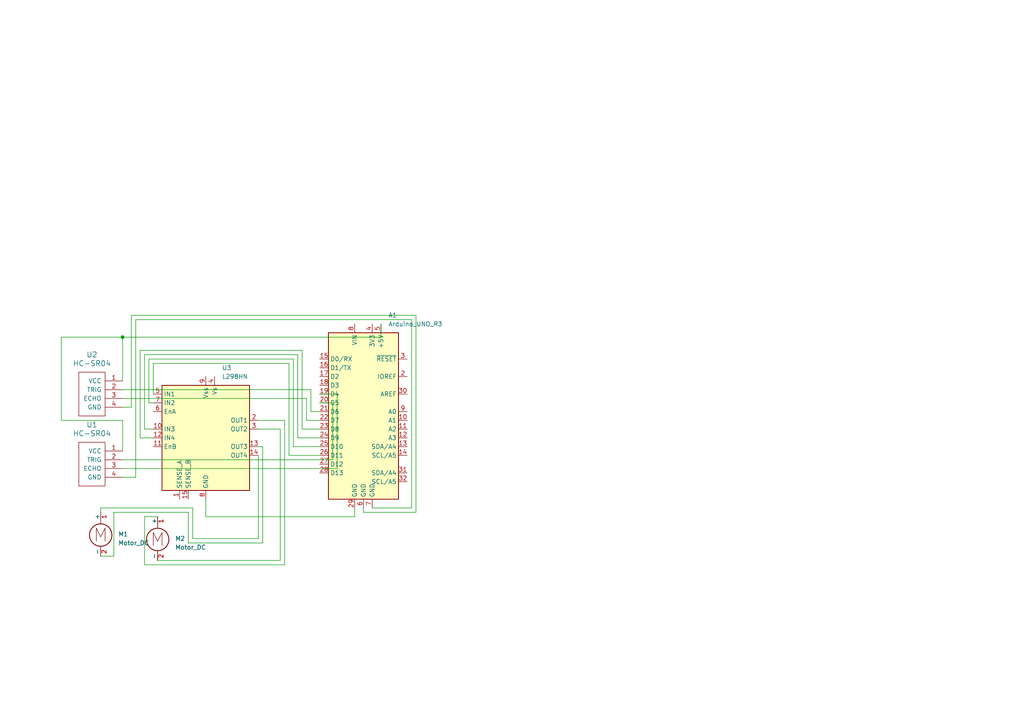
<source format=kicad_sch>
(kicad_sch
	(version 20250114)
	(generator "eeschema")
	(generator_version "9.0")
	(uuid "3e488eff-a24b-4269-9128-9202d76d78ea")
	(paper "A4")
	(lib_symbols
		(symbol "Driver_Motor:L298HN"
			(exclude_from_sim no)
			(in_bom yes)
			(on_board yes)
			(property "Reference" "U"
				(at -10.16 16.51 0)
				(effects
					(font
						(size 1.27 1.27)
					)
					(justify right)
				)
			)
			(property "Value" "L298HN"
				(at 12.7 16.51 0)
				(effects
					(font
						(size 1.27 1.27)
					)
					(justify right)
				)
			)
			(property "Footprint" "Package_TO_SOT_THT:TO-220-15_P2.54x2.54mm_StaggerOdd_Lead5.84mm_TabDown"
				(at 1.27 -16.51 0)
				(effects
					(font
						(size 1.27 1.27)
					)
					(justify left)
					(hide yes)
				)
			)
			(property "Datasheet" "http://www.st.com/st-web-ui/static/active/en/resource/technical/document/datasheet/CD00000240.pdf"
				(at 3.81 6.35 0)
				(effects
					(font
						(size 1.27 1.27)
					)
					(hide yes)
				)
			)
			(property "Description" "Dual full bridge motor driver, up to 46V, 4A, Multiwatt15-H"
				(at 0 0 0)
				(effects
					(font
						(size 1.27 1.27)
					)
					(hide yes)
				)
			)
			(property "ki_keywords" "H-bridge motor driver"
				(at 0 0 0)
				(effects
					(font
						(size 1.27 1.27)
					)
					(hide yes)
				)
			)
			(property "ki_fp_filters" "TO?220*StaggerOdd*TabDown*"
				(at 0 0 0)
				(effects
					(font
						(size 1.27 1.27)
					)
					(hide yes)
				)
			)
			(symbol "L298HN_0_1"
				(rectangle
					(start -12.7 15.24)
					(end 12.7 -15.24)
					(stroke
						(width 0.254)
						(type default)
					)
					(fill
						(type background)
					)
				)
			)
			(symbol "L298HN_1_1"
				(pin input line
					(at -15.24 12.7 0)
					(length 2.54)
					(name "IN1"
						(effects
							(font
								(size 1.27 1.27)
							)
						)
					)
					(number "5"
						(effects
							(font
								(size 1.27 1.27)
							)
						)
					)
				)
				(pin input line
					(at -15.24 10.16 0)
					(length 2.54)
					(name "IN2"
						(effects
							(font
								(size 1.27 1.27)
							)
						)
					)
					(number "7"
						(effects
							(font
								(size 1.27 1.27)
							)
						)
					)
				)
				(pin input line
					(at -15.24 7.62 0)
					(length 2.54)
					(name "EnA"
						(effects
							(font
								(size 1.27 1.27)
							)
						)
					)
					(number "6"
						(effects
							(font
								(size 1.27 1.27)
							)
						)
					)
				)
				(pin input line
					(at -15.24 2.54 0)
					(length 2.54)
					(name "IN3"
						(effects
							(font
								(size 1.27 1.27)
							)
						)
					)
					(number "10"
						(effects
							(font
								(size 1.27 1.27)
							)
						)
					)
				)
				(pin input line
					(at -15.24 0 0)
					(length 2.54)
					(name "IN4"
						(effects
							(font
								(size 1.27 1.27)
							)
						)
					)
					(number "12"
						(effects
							(font
								(size 1.27 1.27)
							)
						)
					)
				)
				(pin input line
					(at -15.24 -2.54 0)
					(length 2.54)
					(name "EnB"
						(effects
							(font
								(size 1.27 1.27)
							)
						)
					)
					(number "11"
						(effects
							(font
								(size 1.27 1.27)
							)
						)
					)
				)
				(pin input line
					(at -7.62 -17.78 90)
					(length 2.54)
					(name "SENSE_A"
						(effects
							(font
								(size 1.27 1.27)
							)
						)
					)
					(number "1"
						(effects
							(font
								(size 1.27 1.27)
							)
						)
					)
				)
				(pin input line
					(at -5.08 -17.78 90)
					(length 2.54)
					(name "SENSE_B"
						(effects
							(font
								(size 1.27 1.27)
							)
						)
					)
					(number "15"
						(effects
							(font
								(size 1.27 1.27)
							)
						)
					)
				)
				(pin power_in line
					(at 0 17.78 270)
					(length 2.54)
					(name "Vss"
						(effects
							(font
								(size 1.27 1.27)
							)
						)
					)
					(number "9"
						(effects
							(font
								(size 1.27 1.27)
							)
						)
					)
				)
				(pin power_in line
					(at 0 -17.78 90)
					(length 2.54)
					(name "GND"
						(effects
							(font
								(size 1.27 1.27)
							)
						)
					)
					(number "8"
						(effects
							(font
								(size 1.27 1.27)
							)
						)
					)
				)
				(pin power_in line
					(at 2.54 17.78 270)
					(length 2.54)
					(name "Vs"
						(effects
							(font
								(size 1.27 1.27)
							)
						)
					)
					(number "4"
						(effects
							(font
								(size 1.27 1.27)
							)
						)
					)
				)
				(pin output line
					(at 15.24 5.08 180)
					(length 2.54)
					(name "OUT1"
						(effects
							(font
								(size 1.27 1.27)
							)
						)
					)
					(number "2"
						(effects
							(font
								(size 1.27 1.27)
							)
						)
					)
				)
				(pin output line
					(at 15.24 2.54 180)
					(length 2.54)
					(name "OUT2"
						(effects
							(font
								(size 1.27 1.27)
							)
						)
					)
					(number "3"
						(effects
							(font
								(size 1.27 1.27)
							)
						)
					)
				)
				(pin output line
					(at 15.24 -2.54 180)
					(length 2.54)
					(name "OUT3"
						(effects
							(font
								(size 1.27 1.27)
							)
						)
					)
					(number "13"
						(effects
							(font
								(size 1.27 1.27)
							)
						)
					)
				)
				(pin output line
					(at 15.24 -5.08 180)
					(length 2.54)
					(name "OUT4"
						(effects
							(font
								(size 1.27 1.27)
							)
						)
					)
					(number "14"
						(effects
							(font
								(size 1.27 1.27)
							)
						)
					)
				)
			)
			(embedded_fonts no)
		)
		(symbol "MCU_Module:Arduino_UNO_R3"
			(exclude_from_sim no)
			(in_bom yes)
			(on_board yes)
			(property "Reference" "A"
				(at -10.16 23.495 0)
				(effects
					(font
						(size 1.27 1.27)
					)
					(justify left bottom)
				)
			)
			(property "Value" "Arduino_UNO_R3"
				(at 5.08 -26.67 0)
				(effects
					(font
						(size 1.27 1.27)
					)
					(justify left top)
				)
			)
			(property "Footprint" "Module:Arduino_UNO_R3"
				(at 0 0 0)
				(effects
					(font
						(size 1.27 1.27)
						(italic yes)
					)
					(hide yes)
				)
			)
			(property "Datasheet" "https://www.arduino.cc/en/Main/arduinoBoardUno"
				(at 0 0 0)
				(effects
					(font
						(size 1.27 1.27)
					)
					(hide yes)
				)
			)
			(property "Description" "Arduino UNO Microcontroller Module, release 3"
				(at 0 0 0)
				(effects
					(font
						(size 1.27 1.27)
					)
					(hide yes)
				)
			)
			(property "ki_keywords" "Arduino UNO R3 Microcontroller Module Atmel AVR USB"
				(at 0 0 0)
				(effects
					(font
						(size 1.27 1.27)
					)
					(hide yes)
				)
			)
			(property "ki_fp_filters" "Arduino*UNO*R3*"
				(at 0 0 0)
				(effects
					(font
						(size 1.27 1.27)
					)
					(hide yes)
				)
			)
			(symbol "Arduino_UNO_R3_0_1"
				(rectangle
					(start -10.16 22.86)
					(end 10.16 -25.4)
					(stroke
						(width 0.254)
						(type default)
					)
					(fill
						(type background)
					)
				)
			)
			(symbol "Arduino_UNO_R3_1_1"
				(pin bidirectional line
					(at -12.7 15.24 0)
					(length 2.54)
					(name "D0/RX"
						(effects
							(font
								(size 1.27 1.27)
							)
						)
					)
					(number "15"
						(effects
							(font
								(size 1.27 1.27)
							)
						)
					)
				)
				(pin bidirectional line
					(at -12.7 12.7 0)
					(length 2.54)
					(name "D1/TX"
						(effects
							(font
								(size 1.27 1.27)
							)
						)
					)
					(number "16"
						(effects
							(font
								(size 1.27 1.27)
							)
						)
					)
				)
				(pin bidirectional line
					(at -12.7 10.16 0)
					(length 2.54)
					(name "D2"
						(effects
							(font
								(size 1.27 1.27)
							)
						)
					)
					(number "17"
						(effects
							(font
								(size 1.27 1.27)
							)
						)
					)
				)
				(pin bidirectional line
					(at -12.7 7.62 0)
					(length 2.54)
					(name "D3"
						(effects
							(font
								(size 1.27 1.27)
							)
						)
					)
					(number "18"
						(effects
							(font
								(size 1.27 1.27)
							)
						)
					)
				)
				(pin bidirectional line
					(at -12.7 5.08 0)
					(length 2.54)
					(name "D4"
						(effects
							(font
								(size 1.27 1.27)
							)
						)
					)
					(number "19"
						(effects
							(font
								(size 1.27 1.27)
							)
						)
					)
				)
				(pin bidirectional line
					(at -12.7 2.54 0)
					(length 2.54)
					(name "D5"
						(effects
							(font
								(size 1.27 1.27)
							)
						)
					)
					(number "20"
						(effects
							(font
								(size 1.27 1.27)
							)
						)
					)
				)
				(pin bidirectional line
					(at -12.7 0 0)
					(length 2.54)
					(name "D6"
						(effects
							(font
								(size 1.27 1.27)
							)
						)
					)
					(number "21"
						(effects
							(font
								(size 1.27 1.27)
							)
						)
					)
				)
				(pin bidirectional line
					(at -12.7 -2.54 0)
					(length 2.54)
					(name "D7"
						(effects
							(font
								(size 1.27 1.27)
							)
						)
					)
					(number "22"
						(effects
							(font
								(size 1.27 1.27)
							)
						)
					)
				)
				(pin bidirectional line
					(at -12.7 -5.08 0)
					(length 2.54)
					(name "D8"
						(effects
							(font
								(size 1.27 1.27)
							)
						)
					)
					(number "23"
						(effects
							(font
								(size 1.27 1.27)
							)
						)
					)
				)
				(pin bidirectional line
					(at -12.7 -7.62 0)
					(length 2.54)
					(name "D9"
						(effects
							(font
								(size 1.27 1.27)
							)
						)
					)
					(number "24"
						(effects
							(font
								(size 1.27 1.27)
							)
						)
					)
				)
				(pin bidirectional line
					(at -12.7 -10.16 0)
					(length 2.54)
					(name "D10"
						(effects
							(font
								(size 1.27 1.27)
							)
						)
					)
					(number "25"
						(effects
							(font
								(size 1.27 1.27)
							)
						)
					)
				)
				(pin bidirectional line
					(at -12.7 -12.7 0)
					(length 2.54)
					(name "D11"
						(effects
							(font
								(size 1.27 1.27)
							)
						)
					)
					(number "26"
						(effects
							(font
								(size 1.27 1.27)
							)
						)
					)
				)
				(pin bidirectional line
					(at -12.7 -15.24 0)
					(length 2.54)
					(name "D12"
						(effects
							(font
								(size 1.27 1.27)
							)
						)
					)
					(number "27"
						(effects
							(font
								(size 1.27 1.27)
							)
						)
					)
				)
				(pin bidirectional line
					(at -12.7 -17.78 0)
					(length 2.54)
					(name "D13"
						(effects
							(font
								(size 1.27 1.27)
							)
						)
					)
					(number "28"
						(effects
							(font
								(size 1.27 1.27)
							)
						)
					)
				)
				(pin no_connect line
					(at -10.16 -20.32 0)
					(length 2.54)
					(hide yes)
					(name "NC"
						(effects
							(font
								(size 1.27 1.27)
							)
						)
					)
					(number "1"
						(effects
							(font
								(size 1.27 1.27)
							)
						)
					)
				)
				(pin power_in line
					(at -2.54 25.4 270)
					(length 2.54)
					(name "VIN"
						(effects
							(font
								(size 1.27 1.27)
							)
						)
					)
					(number "8"
						(effects
							(font
								(size 1.27 1.27)
							)
						)
					)
				)
				(pin power_in line
					(at -2.54 -27.94 90)
					(length 2.54)
					(name "GND"
						(effects
							(font
								(size 1.27 1.27)
							)
						)
					)
					(number "29"
						(effects
							(font
								(size 1.27 1.27)
							)
						)
					)
				)
				(pin power_in line
					(at 0 -27.94 90)
					(length 2.54)
					(name "GND"
						(effects
							(font
								(size 1.27 1.27)
							)
						)
					)
					(number "6"
						(effects
							(font
								(size 1.27 1.27)
							)
						)
					)
				)
				(pin power_out line
					(at 2.54 25.4 270)
					(length 2.54)
					(name "3V3"
						(effects
							(font
								(size 1.27 1.27)
							)
						)
					)
					(number "4"
						(effects
							(font
								(size 1.27 1.27)
							)
						)
					)
				)
				(pin power_in line
					(at 2.54 -27.94 90)
					(length 2.54)
					(name "GND"
						(effects
							(font
								(size 1.27 1.27)
							)
						)
					)
					(number "7"
						(effects
							(font
								(size 1.27 1.27)
							)
						)
					)
				)
				(pin power_out line
					(at 5.08 25.4 270)
					(length 2.54)
					(name "+5V"
						(effects
							(font
								(size 1.27 1.27)
							)
						)
					)
					(number "5"
						(effects
							(font
								(size 1.27 1.27)
							)
						)
					)
				)
				(pin input line
					(at 12.7 15.24 180)
					(length 2.54)
					(name "~{RESET}"
						(effects
							(font
								(size 1.27 1.27)
							)
						)
					)
					(number "3"
						(effects
							(font
								(size 1.27 1.27)
							)
						)
					)
				)
				(pin output line
					(at 12.7 10.16 180)
					(length 2.54)
					(name "IOREF"
						(effects
							(font
								(size 1.27 1.27)
							)
						)
					)
					(number "2"
						(effects
							(font
								(size 1.27 1.27)
							)
						)
					)
				)
				(pin input line
					(at 12.7 5.08 180)
					(length 2.54)
					(name "AREF"
						(effects
							(font
								(size 1.27 1.27)
							)
						)
					)
					(number "30"
						(effects
							(font
								(size 1.27 1.27)
							)
						)
					)
				)
				(pin bidirectional line
					(at 12.7 0 180)
					(length 2.54)
					(name "A0"
						(effects
							(font
								(size 1.27 1.27)
							)
						)
					)
					(number "9"
						(effects
							(font
								(size 1.27 1.27)
							)
						)
					)
				)
				(pin bidirectional line
					(at 12.7 -2.54 180)
					(length 2.54)
					(name "A1"
						(effects
							(font
								(size 1.27 1.27)
							)
						)
					)
					(number "10"
						(effects
							(font
								(size 1.27 1.27)
							)
						)
					)
				)
				(pin bidirectional line
					(at 12.7 -5.08 180)
					(length 2.54)
					(name "A2"
						(effects
							(font
								(size 1.27 1.27)
							)
						)
					)
					(number "11"
						(effects
							(font
								(size 1.27 1.27)
							)
						)
					)
				)
				(pin bidirectional line
					(at 12.7 -7.62 180)
					(length 2.54)
					(name "A3"
						(effects
							(font
								(size 1.27 1.27)
							)
						)
					)
					(number "12"
						(effects
							(font
								(size 1.27 1.27)
							)
						)
					)
				)
				(pin bidirectional line
					(at 12.7 -10.16 180)
					(length 2.54)
					(name "SDA/A4"
						(effects
							(font
								(size 1.27 1.27)
							)
						)
					)
					(number "13"
						(effects
							(font
								(size 1.27 1.27)
							)
						)
					)
				)
				(pin bidirectional line
					(at 12.7 -12.7 180)
					(length 2.54)
					(name "SCL/A5"
						(effects
							(font
								(size 1.27 1.27)
							)
						)
					)
					(number "14"
						(effects
							(font
								(size 1.27 1.27)
							)
						)
					)
				)
				(pin bidirectional line
					(at 12.7 -17.78 180)
					(length 2.54)
					(name "SDA/A4"
						(effects
							(font
								(size 1.27 1.27)
							)
						)
					)
					(number "31"
						(effects
							(font
								(size 1.27 1.27)
							)
						)
					)
				)
				(pin bidirectional line
					(at 12.7 -20.32 180)
					(length 2.54)
					(name "SCL/A5"
						(effects
							(font
								(size 1.27 1.27)
							)
						)
					)
					(number "32"
						(effects
							(font
								(size 1.27 1.27)
							)
						)
					)
				)
			)
			(embedded_fonts no)
		)
		(symbol "Motor:Motor_DC"
			(pin_names
				(offset 0)
			)
			(exclude_from_sim no)
			(in_bom yes)
			(on_board yes)
			(property "Reference" "M"
				(at 2.54 2.54 0)
				(effects
					(font
						(size 1.27 1.27)
					)
					(justify left)
				)
			)
			(property "Value" "Motor_DC"
				(at 2.54 -5.08 0)
				(effects
					(font
						(size 1.27 1.27)
					)
					(justify left top)
				)
			)
			(property "Footprint" ""
				(at 0 -2.286 0)
				(effects
					(font
						(size 1.27 1.27)
					)
					(hide yes)
				)
			)
			(property "Datasheet" "~"
				(at 0 -2.286 0)
				(effects
					(font
						(size 1.27 1.27)
					)
					(hide yes)
				)
			)
			(property "Description" "DC Motor"
				(at 0 0 0)
				(effects
					(font
						(size 1.27 1.27)
					)
					(hide yes)
				)
			)
			(property "ki_keywords" "DC Motor"
				(at 0 0 0)
				(effects
					(font
						(size 1.27 1.27)
					)
					(hide yes)
				)
			)
			(property "ki_fp_filters" "PinHeader*P2.54mm* TerminalBlock*"
				(at 0 0 0)
				(effects
					(font
						(size 1.27 1.27)
					)
					(hide yes)
				)
			)
			(symbol "Motor_DC_0_0"
				(polyline
					(pts
						(xy -1.27 -3.302) (xy -1.27 0.508) (xy 0 -2.032) (xy 1.27 0.508) (xy 1.27 -3.302)
					)
					(stroke
						(width 0)
						(type default)
					)
					(fill
						(type none)
					)
				)
			)
			(symbol "Motor_DC_0_1"
				(polyline
					(pts
						(xy 0 2.032) (xy 0 2.54)
					)
					(stroke
						(width 0)
						(type default)
					)
					(fill
						(type none)
					)
				)
				(polyline
					(pts
						(xy 0 1.7272) (xy 0 2.0828)
					)
					(stroke
						(width 0)
						(type default)
					)
					(fill
						(type none)
					)
				)
				(circle
					(center 0 -1.524)
					(radius 3.2512)
					(stroke
						(width 0.254)
						(type default)
					)
					(fill
						(type none)
					)
				)
				(polyline
					(pts
						(xy 0 -4.7752) (xy 0 -5.1816)
					)
					(stroke
						(width 0)
						(type default)
					)
					(fill
						(type none)
					)
				)
				(polyline
					(pts
						(xy 0 -7.62) (xy 0 -7.112)
					)
					(stroke
						(width 0)
						(type default)
					)
					(fill
						(type none)
					)
				)
			)
			(symbol "Motor_DC_1_1"
				(pin passive line
					(at 0 5.08 270)
					(length 2.54)
					(name "+"
						(effects
							(font
								(size 1.27 1.27)
							)
						)
					)
					(number "1"
						(effects
							(font
								(size 1.27 1.27)
							)
						)
					)
				)
				(pin passive line
					(at 0 -7.62 90)
					(length 2.54)
					(name "-"
						(effects
							(font
								(size 1.27 1.27)
							)
						)
					)
					(number "2"
						(effects
							(font
								(size 1.27 1.27)
							)
						)
					)
				)
			)
			(embedded_fonts no)
		)
		(symbol "hc-sr04:HC-SR04"
			(pin_names
				(offset 1.016)
			)
			(exclude_from_sim no)
			(in_bom yes)
			(on_board yes)
			(property "Reference" "U"
				(at -6.35 -7.62 0)
				(effects
					(font
						(size 1.524 1.524)
					)
				)
			)
			(property "Value" "HC-SR04"
				(at -2.54 7.62 0)
				(effects
					(font
						(size 1.524 1.524)
					)
				)
			)
			(property "Footprint" ""
				(at 0 0 0)
				(effects
					(font
						(size 1.524 1.524)
					)
				)
			)
			(property "Datasheet" ""
				(at 0 0 0)
				(effects
					(font
						(size 1.524 1.524)
					)
				)
			)
			(property "Description" ""
				(at 0 0 0)
				(effects
					(font
						(size 1.27 1.27)
					)
					(hide yes)
				)
			)
			(symbol "HC-SR04_0_1"
				(rectangle
					(start 0 6.35)
					(end -7.62 -6.35)
					(stroke
						(width 0)
						(type solid)
					)
					(fill
						(type none)
					)
				)
			)
			(symbol "HC-SR04_1_1"
				(pin input line
					(at 5.08 3.81 180)
					(length 5.08)
					(name "VCC"
						(effects
							(font
								(size 1.27 1.27)
							)
						)
					)
					(number "1"
						(effects
							(font
								(size 1.27 1.27)
							)
						)
					)
				)
				(pin input line
					(at 5.08 1.27 180)
					(length 5.08)
					(name "TRIG"
						(effects
							(font
								(size 1.27 1.27)
							)
						)
					)
					(number "2"
						(effects
							(font
								(size 1.27 1.27)
							)
						)
					)
				)
				(pin input line
					(at 5.08 -1.27 180)
					(length 5.08)
					(name "ECHO"
						(effects
							(font
								(size 1.27 1.27)
							)
						)
					)
					(number "3"
						(effects
							(font
								(size 1.27 1.27)
							)
						)
					)
				)
				(pin input line
					(at 5.08 -3.81 180)
					(length 5.08)
					(name "GND"
						(effects
							(font
								(size 1.27 1.27)
							)
						)
					)
					(number "4"
						(effects
							(font
								(size 1.27 1.27)
							)
						)
					)
				)
			)
			(embedded_fonts no)
		)
	)
	(junction
		(at 35.56 97.79)
		(diameter 0)
		(color 0 0 0 0)
		(uuid "a2756c65-6e91-41cb-9e15-7ed5ae7df5e3")
	)
	(wire
		(pts
			(xy 41.91 149.86) (xy 41.91 163.83)
		)
		(stroke
			(width 0)
			(type default)
		)
		(uuid "01ba258a-27c5-49a5-bd36-c237dc4f0b85")
	)
	(wire
		(pts
			(xy 55.88 156.21) (xy 55.88 147.32)
		)
		(stroke
			(width 0)
			(type default)
		)
		(uuid "03d39ffa-96b5-4ddd-bd41-a80380e57641")
	)
	(wire
		(pts
			(xy 35.56 97.79) (xy 110.49 97.79)
		)
		(stroke
			(width 0)
			(type default)
		)
		(uuid "0a9a84c9-6eaf-49be-8b3f-7c440191b82f")
	)
	(wire
		(pts
			(xy 35.56 115.57) (xy 88.9 115.57)
		)
		(stroke
			(width 0)
			(type default)
		)
		(uuid "0b631be4-68a4-448e-817c-393ce9af39d4")
	)
	(wire
		(pts
			(xy 35.56 135.89) (xy 97.79 135.89)
		)
		(stroke
			(width 0)
			(type default)
		)
		(uuid "0da232fa-b136-4f2a-8669-3d1f1f035bb7")
	)
	(wire
		(pts
			(xy 96.52 116.84) (xy 92.71 116.84)
		)
		(stroke
			(width 0)
			(type default)
		)
		(uuid "0f0a7703-4388-44a4-862a-63fe5b537bab")
	)
	(wire
		(pts
			(xy 74.93 129.54) (xy 76.2 129.54)
		)
		(stroke
			(width 0)
			(type default)
		)
		(uuid "1336b6da-ba60-4cbd-8360-e2c4c4fdc193")
	)
	(wire
		(pts
			(xy 54.61 148.59) (xy 33.02 148.59)
		)
		(stroke
			(width 0)
			(type default)
		)
		(uuid "151eeb3f-f9a2-4fbd-a3fc-48268398bd69")
	)
	(wire
		(pts
			(xy 54.61 157.48) (xy 54.61 148.59)
		)
		(stroke
			(width 0)
			(type default)
		)
		(uuid "18d23c06-b4de-4ad5-9145-1d657b8376a9")
	)
	(wire
		(pts
			(xy 44.45 105.41) (xy 83.82 105.41)
		)
		(stroke
			(width 0)
			(type default)
		)
		(uuid "1a9c5c0e-525f-4072-8276-14c7e2e0509e")
	)
	(wire
		(pts
			(xy 120.65 91.44) (xy 120.65 148.59)
		)
		(stroke
			(width 0)
			(type default)
		)
		(uuid "1baa999f-770c-4ffb-8806-8f7757bc79c2")
	)
	(wire
		(pts
			(xy 119.38 147.32) (xy 107.95 147.32)
		)
		(stroke
			(width 0)
			(type default)
		)
		(uuid "1cf38864-8064-43dc-9d6e-84b30aefe6af")
	)
	(wire
		(pts
			(xy 44.45 114.3) (xy 44.45 105.41)
		)
		(stroke
			(width 0)
			(type default)
		)
		(uuid "1f4f52f5-7f4b-446e-b51b-ad30d1f41cb2")
	)
	(wire
		(pts
			(xy 40.64 101.6) (xy 87.63 101.6)
		)
		(stroke
			(width 0)
			(type default)
		)
		(uuid "1fdb34dc-cc08-4997-820e-37d63a0f2a30")
	)
	(wire
		(pts
			(xy 102.87 147.32) (xy 102.87 149.86)
		)
		(stroke
			(width 0)
			(type default)
		)
		(uuid "1ffb7581-9458-4ab7-9a1b-ed5b301a81d5")
	)
	(wire
		(pts
			(xy 87.63 101.6) (xy 87.63 124.46)
		)
		(stroke
			(width 0)
			(type default)
		)
		(uuid "21748722-0285-4832-bc0b-d1c1e8bc2f77")
	)
	(wire
		(pts
			(xy 82.55 163.83) (xy 82.55 121.92)
		)
		(stroke
			(width 0)
			(type default)
		)
		(uuid "21af4661-52e6-4c83-90db-05eaf17af3a2")
	)
	(wire
		(pts
			(xy 17.78 97.79) (xy 35.56 97.79)
		)
		(stroke
			(width 0)
			(type default)
		)
		(uuid "228c5c95-2be7-47d1-a364-188a1336a901")
	)
	(wire
		(pts
			(xy 76.2 129.54) (xy 76.2 157.48)
		)
		(stroke
			(width 0)
			(type default)
		)
		(uuid "246740a1-9e8d-49e7-9739-3ab6b4b74c6f")
	)
	(wire
		(pts
			(xy 74.93 156.21) (xy 55.88 156.21)
		)
		(stroke
			(width 0)
			(type default)
		)
		(uuid "270dacc4-a17f-433b-a51d-8b1de2957146")
	)
	(wire
		(pts
			(xy 85.09 104.14) (xy 85.09 129.54)
		)
		(stroke
			(width 0)
			(type default)
		)
		(uuid "2ac52d26-0c43-43db-87af-026200ec6f63")
	)
	(wire
		(pts
			(xy 44.45 116.84) (xy 43.18 116.84)
		)
		(stroke
			(width 0)
			(type default)
		)
		(uuid "2c82c53a-d06b-472f-bd2d-a511b681422d")
	)
	(wire
		(pts
			(xy 38.1 118.11) (xy 38.1 91.44)
		)
		(stroke
			(width 0)
			(type default)
		)
		(uuid "2ed8f544-7741-46ed-997c-e1bf7e47ce44")
	)
	(wire
		(pts
			(xy 35.56 130.81) (xy 35.56 121.92)
		)
		(stroke
			(width 0)
			(type default)
		)
		(uuid "3142391d-aaec-4be6-8fd5-7a5bd812fee0")
	)
	(wire
		(pts
			(xy 90.17 119.38) (xy 92.71 119.38)
		)
		(stroke
			(width 0)
			(type default)
		)
		(uuid "3147dec2-4bde-46b3-a54b-e6687bc29559")
	)
	(wire
		(pts
			(xy 41.91 124.46) (xy 41.91 102.87)
		)
		(stroke
			(width 0)
			(type default)
		)
		(uuid "32efacd8-df48-4c1d-abdc-20894e9ebafc")
	)
	(wire
		(pts
			(xy 86.36 102.87) (xy 86.36 127)
		)
		(stroke
			(width 0)
			(type default)
		)
		(uuid "34ce0895-e3b9-411d-8b5d-dff8342510c2")
	)
	(wire
		(pts
			(xy 110.49 93.98) (xy 110.49 97.79)
		)
		(stroke
			(width 0)
			(type default)
		)
		(uuid "36ccb018-ddce-43cb-a69a-7486178349e7")
	)
	(wire
		(pts
			(xy 97.79 114.3) (xy 92.71 114.3)
		)
		(stroke
			(width 0)
			(type default)
		)
		(uuid "4dd68cb9-95d8-463f-af7b-4434f165a369")
	)
	(wire
		(pts
			(xy 96.52 133.35) (xy 96.52 116.84)
		)
		(stroke
			(width 0)
			(type default)
		)
		(uuid "4e1c5c6e-34db-4466-a1d5-3b5e791aff07")
	)
	(wire
		(pts
			(xy 17.78 121.92) (xy 17.78 97.79)
		)
		(stroke
			(width 0)
			(type default)
		)
		(uuid "502dd1c0-6d71-4acb-ac0f-60a75a0c9f7a")
	)
	(wire
		(pts
			(xy 35.56 133.35) (xy 96.52 133.35)
		)
		(stroke
			(width 0)
			(type default)
		)
		(uuid "54ee9a08-a0ab-4cb4-aa0b-b8ebf4cae5ab")
	)
	(wire
		(pts
			(xy 39.37 138.43) (xy 39.37 92.71)
		)
		(stroke
			(width 0)
			(type default)
		)
		(uuid "5b155225-1fd6-487a-b081-6a19f9d8efbf")
	)
	(wire
		(pts
			(xy 88.9 115.57) (xy 88.9 121.92)
		)
		(stroke
			(width 0)
			(type default)
		)
		(uuid "5bd01cbf-53f7-4ef3-b8d6-78120f7f7ed3")
	)
	(wire
		(pts
			(xy 41.91 163.83) (xy 82.55 163.83)
		)
		(stroke
			(width 0)
			(type default)
		)
		(uuid "6038da96-eead-429e-91c6-fad9714599ba")
	)
	(wire
		(pts
			(xy 74.93 132.08) (xy 74.93 156.21)
		)
		(stroke
			(width 0)
			(type default)
		)
		(uuid "62414fae-0073-4460-b143-4dff6447055f")
	)
	(wire
		(pts
			(xy 59.69 144.78) (xy 59.69 149.86)
		)
		(stroke
			(width 0)
			(type default)
		)
		(uuid "66a2e85c-7dfc-424a-a6ca-b0a7cbc07761")
	)
	(wire
		(pts
			(xy 83.82 105.41) (xy 83.82 132.08)
		)
		(stroke
			(width 0)
			(type default)
		)
		(uuid "68223b09-a5dc-467a-8113-a7b90547c593")
	)
	(wire
		(pts
			(xy 90.17 113.03) (xy 90.17 119.38)
		)
		(stroke
			(width 0)
			(type default)
		)
		(uuid "6adec45c-f7ff-4b7d-b3bf-2d4db9495396")
	)
	(wire
		(pts
			(xy 88.9 121.92) (xy 92.71 121.92)
		)
		(stroke
			(width 0)
			(type default)
		)
		(uuid "722796a5-5bc7-46a5-a742-d34f36c38605")
	)
	(wire
		(pts
			(xy 40.64 127) (xy 40.64 101.6)
		)
		(stroke
			(width 0)
			(type default)
		)
		(uuid "784a5063-e00d-4870-ac60-d5e83dd227a7")
	)
	(wire
		(pts
			(xy 81.28 124.46) (xy 74.93 124.46)
		)
		(stroke
			(width 0)
			(type default)
		)
		(uuid "7e98088b-35ad-4074-869d-2cf3b3f93763")
	)
	(wire
		(pts
			(xy 59.69 149.86) (xy 102.87 149.86)
		)
		(stroke
			(width 0)
			(type default)
		)
		(uuid "800681c4-6089-43fb-bc38-83ba3ebaea67")
	)
	(wire
		(pts
			(xy 87.63 124.46) (xy 92.71 124.46)
		)
		(stroke
			(width 0)
			(type default)
		)
		(uuid "84501684-980d-43fa-a70e-8b7bed32a726")
	)
	(wire
		(pts
			(xy 43.18 116.84) (xy 43.18 104.14)
		)
		(stroke
			(width 0)
			(type default)
		)
		(uuid "8541b713-d3b1-4f33-a74c-3b8fa612cd57")
	)
	(wire
		(pts
			(xy 86.36 127) (xy 92.71 127)
		)
		(stroke
			(width 0)
			(type default)
		)
		(uuid "8b7879ef-078a-4dbb-9352-4411a2fc2816")
	)
	(wire
		(pts
			(xy 44.45 127) (xy 40.64 127)
		)
		(stroke
			(width 0)
			(type default)
		)
		(uuid "8e1095e6-d083-441b-9c3f-d1313a639035")
	)
	(wire
		(pts
			(xy 81.28 162.56) (xy 81.28 124.46)
		)
		(stroke
			(width 0)
			(type default)
		)
		(uuid "8e6ec63a-0242-47a5-8d10-c302d429f546")
	)
	(wire
		(pts
			(xy 76.2 157.48) (xy 54.61 157.48)
		)
		(stroke
			(width 0)
			(type default)
		)
		(uuid "8e810615-49b7-4805-be8c-c80eb7e17159")
	)
	(wire
		(pts
			(xy 35.56 138.43) (xy 39.37 138.43)
		)
		(stroke
			(width 0)
			(type default)
		)
		(uuid "9285c797-403f-4438-92da-99fc3bd671bd")
	)
	(wire
		(pts
			(xy 39.37 92.71) (xy 119.38 92.71)
		)
		(stroke
			(width 0)
			(type default)
		)
		(uuid "95ca66c5-a938-40a4-baac-b12084fa83be")
	)
	(wire
		(pts
			(xy 74.93 121.92) (xy 82.55 121.92)
		)
		(stroke
			(width 0)
			(type default)
		)
		(uuid "a31ac974-4fbe-4526-930c-d9ea52336b6f")
	)
	(wire
		(pts
			(xy 33.02 161.29) (xy 29.21 161.29)
		)
		(stroke
			(width 0)
			(type default)
		)
		(uuid "a71ec0ee-50ee-42aa-887d-3cbd3eccb411")
	)
	(wire
		(pts
			(xy 85.09 129.54) (xy 92.71 129.54)
		)
		(stroke
			(width 0)
			(type default)
		)
		(uuid "a90ee554-e173-4fd0-b786-a27854af915b")
	)
	(wire
		(pts
			(xy 29.21 147.32) (xy 29.21 148.59)
		)
		(stroke
			(width 0)
			(type default)
		)
		(uuid "a95dbf58-e839-4faa-b061-e6208394ff37")
	)
	(wire
		(pts
			(xy 41.91 102.87) (xy 86.36 102.87)
		)
		(stroke
			(width 0)
			(type default)
		)
		(uuid "c0587515-48c9-475f-b2e3-4017d02d30f1")
	)
	(wire
		(pts
			(xy 45.72 162.56) (xy 81.28 162.56)
		)
		(stroke
			(width 0)
			(type default)
		)
		(uuid "c3057bd2-9121-4647-878e-f6c2a251b0ad")
	)
	(wire
		(pts
			(xy 35.56 113.03) (xy 90.17 113.03)
		)
		(stroke
			(width 0)
			(type default)
		)
		(uuid "c339b0c2-dc04-4e8d-9040-53fd37a3cf8e")
	)
	(wire
		(pts
			(xy 120.65 148.59) (xy 105.41 148.59)
		)
		(stroke
			(width 0)
			(type default)
		)
		(uuid "c9f1824c-ca56-431b-97fb-0567264c6209")
	)
	(wire
		(pts
			(xy 83.82 132.08) (xy 92.71 132.08)
		)
		(stroke
			(width 0)
			(type default)
		)
		(uuid "d275e38b-f904-4bee-8433-ad773d035bd4")
	)
	(wire
		(pts
			(xy 33.02 148.59) (xy 33.02 161.29)
		)
		(stroke
			(width 0)
			(type default)
		)
		(uuid "d3d84348-1a5c-4ed0-91f4-4c32937b72a2")
	)
	(wire
		(pts
			(xy 35.56 97.79) (xy 35.56 110.49)
		)
		(stroke
			(width 0)
			(type default)
		)
		(uuid "d3fe764f-b2a9-466a-bd8b-9cd67b42934e")
	)
	(wire
		(pts
			(xy 35.56 121.92) (xy 17.78 121.92)
		)
		(stroke
			(width 0)
			(type default)
		)
		(uuid "e1c51683-4079-4649-8298-39c2bb925397")
	)
	(wire
		(pts
			(xy 45.72 149.86) (xy 41.91 149.86)
		)
		(stroke
			(width 0)
			(type default)
		)
		(uuid "e2f3dcd3-7afe-43e7-bdb3-549645a4d21b")
	)
	(wire
		(pts
			(xy 38.1 91.44) (xy 120.65 91.44)
		)
		(stroke
			(width 0)
			(type default)
		)
		(uuid "e58a71bc-6995-413a-9a69-5af9a3f4a164")
	)
	(wire
		(pts
			(xy 97.79 135.89) (xy 97.79 114.3)
		)
		(stroke
			(width 0)
			(type default)
		)
		(uuid "e85cb4c2-00fb-4366-80e5-cc227bed4fc1")
	)
	(wire
		(pts
			(xy 55.88 147.32) (xy 29.21 147.32)
		)
		(stroke
			(width 0)
			(type default)
		)
		(uuid "ebeef24d-8526-41a5-8ddf-6c5a6e7015a3")
	)
	(wire
		(pts
			(xy 44.45 124.46) (xy 41.91 124.46)
		)
		(stroke
			(width 0)
			(type default)
		)
		(uuid "f06eef4c-1756-4e7d-91da-a7f5eb47e79a")
	)
	(wire
		(pts
			(xy 43.18 104.14) (xy 85.09 104.14)
		)
		(stroke
			(width 0)
			(type default)
		)
		(uuid "f1cb6216-12a7-4355-9f8d-9c5fd932bd34")
	)
	(wire
		(pts
			(xy 35.56 118.11) (xy 38.1 118.11)
		)
		(stroke
			(width 0)
			(type default)
		)
		(uuid "f41e4a0d-48d6-48e2-a832-a63ccd567251")
	)
	(wire
		(pts
			(xy 119.38 92.71) (xy 119.38 147.32)
		)
		(stroke
			(width 0)
			(type default)
		)
		(uuid "fb3b8bee-f5bd-4169-835c-cf0da1158657")
	)
	(wire
		(pts
			(xy 105.41 148.59) (xy 105.41 147.32)
		)
		(stroke
			(width 0)
			(type default)
		)
		(uuid "fcac265d-24fa-44d5-9301-51159f77d4ab")
	)
	(symbol
		(lib_id "Motor:Motor_DC")
		(at 45.72 154.94 0)
		(unit 1)
		(exclude_from_sim no)
		(in_bom yes)
		(on_board yes)
		(dnp no)
		(fields_autoplaced yes)
		(uuid "062dd7fd-ffcc-4aba-84af-57b1ede49742")
		(property "Reference" "M2"
			(at 50.8 156.2099 0)
			(effects
				(font
					(size 1.27 1.27)
				)
				(justify left)
			)
		)
		(property "Value" "Motor_DC"
			(at 50.8 158.7499 0)
			(effects
				(font
					(size 1.27 1.27)
				)
				(justify left)
			)
		)
		(property "Footprint" ""
			(at 45.72 157.226 0)
			(effects
				(font
					(size 1.27 1.27)
				)
				(hide yes)
			)
		)
		(property "Datasheet" "~"
			(at 45.72 157.226 0)
			(effects
				(font
					(size 1.27 1.27)
				)
				(hide yes)
			)
		)
		(property "Description" "DC Motor"
			(at 45.72 154.94 0)
			(effects
				(font
					(size 1.27 1.27)
				)
				(hide yes)
			)
		)
		(pin "2"
			(uuid "b508afbf-b12b-461e-845c-63f18d8d0f5d")
		)
		(pin "1"
			(uuid "e472c3c8-8247-4ec5-8d53-5168ef854c9c")
		)
		(instances
			(project ""
				(path "/3e488eff-a24b-4269-9128-9202d76d78ea"
					(reference "M2")
					(unit 1)
				)
			)
		)
	)
	(symbol
		(lib_id "hc-sr04:HC-SR04")
		(at 30.48 134.62 0)
		(unit 1)
		(exclude_from_sim no)
		(in_bom yes)
		(on_board yes)
		(dnp no)
		(fields_autoplaced yes)
		(uuid "14c0056b-ffe0-4696-ba24-e33976d8a5c9")
		(property "Reference" "U1"
			(at 26.67 123.19 0)
			(effects
				(font
					(size 1.524 1.524)
				)
			)
		)
		(property "Value" "HC-SR04"
			(at 26.67 125.73 0)
			(effects
				(font
					(size 1.524 1.524)
				)
			)
		)
		(property "Footprint" ""
			(at 30.48 134.62 0)
			(effects
				(font
					(size 1.524 1.524)
				)
			)
		)
		(property "Datasheet" ""
			(at 30.48 134.62 0)
			(effects
				(font
					(size 1.524 1.524)
				)
			)
		)
		(property "Description" ""
			(at 30.48 134.62 0)
			(effects
				(font
					(size 1.27 1.27)
				)
				(hide yes)
			)
		)
		(pin "4"
			(uuid "a9e96b00-80c5-4a4c-a10d-561a31b815c9")
		)
		(pin "2"
			(uuid "6968a987-79e9-4869-a77a-95b00d9bb825")
		)
		(pin "1"
			(uuid "ee99cbb2-4014-410a-b3cb-69717d9c77bd")
		)
		(pin "3"
			(uuid "d7b018f3-3697-449a-9095-d10ca07a4c04")
		)
		(instances
			(project ""
				(path "/3e488eff-a24b-4269-9128-9202d76d78ea"
					(reference "U1")
					(unit 1)
				)
			)
		)
	)
	(symbol
		(lib_id "Motor:Motor_DC")
		(at 29.21 153.67 0)
		(unit 1)
		(exclude_from_sim no)
		(in_bom yes)
		(on_board yes)
		(dnp no)
		(fields_autoplaced yes)
		(uuid "59cc2a86-568a-407e-9e0a-b1dd014eff84")
		(property "Reference" "M1"
			(at 34.29 154.9399 0)
			(effects
				(font
					(size 1.27 1.27)
				)
				(justify left)
			)
		)
		(property "Value" "Motor_DC"
			(at 34.29 157.4799 0)
			(effects
				(font
					(size 1.27 1.27)
				)
				(justify left)
			)
		)
		(property "Footprint" ""
			(at 29.21 155.956 0)
			(effects
				(font
					(size 1.27 1.27)
				)
				(hide yes)
			)
		)
		(property "Datasheet" "~"
			(at 29.21 155.956 0)
			(effects
				(font
					(size 1.27 1.27)
				)
				(hide yes)
			)
		)
		(property "Description" "DC Motor"
			(at 29.21 153.67 0)
			(effects
				(font
					(size 1.27 1.27)
				)
				(hide yes)
			)
		)
		(pin "1"
			(uuid "fc845dcf-308e-4a88-8f37-475a0db7f1ab")
		)
		(pin "2"
			(uuid "c282ba7e-df8a-4f1f-930f-55614780e834")
		)
		(instances
			(project ""
				(path "/3e488eff-a24b-4269-9128-9202d76d78ea"
					(reference "M1")
					(unit 1)
				)
			)
		)
	)
	(symbol
		(lib_id "hc-sr04:HC-SR04")
		(at 30.48 114.3 0)
		(unit 1)
		(exclude_from_sim no)
		(in_bom yes)
		(on_board yes)
		(dnp no)
		(fields_autoplaced yes)
		(uuid "63aedcc7-363a-4eda-be5b-c8d63dab5c0e")
		(property "Reference" "U2"
			(at 26.67 102.87 0)
			(effects
				(font
					(size 1.524 1.524)
				)
			)
		)
		(property "Value" "HC-SR04"
			(at 26.67 105.41 0)
			(effects
				(font
					(size 1.524 1.524)
				)
			)
		)
		(property "Footprint" ""
			(at 30.48 114.3 0)
			(effects
				(font
					(size 1.524 1.524)
				)
			)
		)
		(property "Datasheet" ""
			(at 30.48 114.3 0)
			(effects
				(font
					(size 1.524 1.524)
				)
			)
		)
		(property "Description" ""
			(at 30.48 114.3 0)
			(effects
				(font
					(size 1.27 1.27)
				)
				(hide yes)
			)
		)
		(pin "4"
			(uuid "6e427f10-51e1-48f6-84b7-14f9d8ec77fc")
		)
		(pin "1"
			(uuid "950c3dd6-1c50-49e4-8dc7-2e745943b240")
		)
		(pin "2"
			(uuid "26e492b7-d600-49bb-84b2-6a3bdf0d227c")
		)
		(pin "3"
			(uuid "010286b3-001c-45bb-9876-516c2db4b059")
		)
		(instances
			(project ""
				(path "/3e488eff-a24b-4269-9128-9202d76d78ea"
					(reference "U2")
					(unit 1)
				)
			)
		)
	)
	(symbol
		(lib_id "Driver_Motor:L298HN")
		(at 59.69 127 0)
		(unit 1)
		(exclude_from_sim no)
		(in_bom yes)
		(on_board yes)
		(dnp no)
		(fields_autoplaced yes)
		(uuid "f7d929d1-4688-48b6-b082-d5f0482ac34d")
		(property "Reference" "U3"
			(at 64.3733 106.68 0)
			(effects
				(font
					(size 1.27 1.27)
				)
				(justify left)
			)
		)
		(property "Value" "L298HN"
			(at 64.3733 109.22 0)
			(effects
				(font
					(size 1.27 1.27)
				)
				(justify left)
			)
		)
		(property "Footprint" "Package_TO_SOT_THT:TO-220-15_P2.54x2.54mm_StaggerOdd_Lead5.84mm_TabDown"
			(at 60.96 143.51 0)
			(effects
				(font
					(size 1.27 1.27)
				)
				(justify left)
				(hide yes)
			)
		)
		(property "Datasheet" "http://www.st.com/st-web-ui/static/active/en/resource/technical/document/datasheet/CD00000240.pdf"
			(at 63.5 120.65 0)
			(effects
				(font
					(size 1.27 1.27)
				)
				(hide yes)
			)
		)
		(property "Description" "Dual full bridge motor driver, up to 46V, 4A, Multiwatt15-H"
			(at 59.69 127 0)
			(effects
				(font
					(size 1.27 1.27)
				)
				(hide yes)
			)
		)
		(pin "3"
			(uuid "deab4cfe-62ae-4614-af33-c459e4d491ec")
		)
		(pin "13"
			(uuid "d10c0209-035e-4a0f-a2aa-76797659240a")
		)
		(pin "14"
			(uuid "a9d4cb97-5bd3-4edc-9120-c303aec5ae7a")
		)
		(pin "4"
			(uuid "4c4c9cec-ee6f-4a4a-a3de-2471e14e8027")
		)
		(pin "6"
			(uuid "18292931-2ac3-49c2-af07-a2a6870d3ae3")
		)
		(pin "7"
			(uuid "5ee0ae9e-a397-4561-9ab4-72369eddd251")
		)
		(pin "12"
			(uuid "cea620e2-88cb-4ae7-963c-d60bc5e802ab")
		)
		(pin "10"
			(uuid "dea36e99-7c41-44c2-b0b2-0b4923b62a85")
		)
		(pin "5"
			(uuid "a80443c3-5102-4b0e-9687-3a523b520156")
		)
		(pin "11"
			(uuid "dd51778f-8a5d-43cb-829a-be6fb872ab82")
		)
		(pin "1"
			(uuid "d0eb6a55-5424-4f43-b822-4b0dc26c9585")
		)
		(pin "15"
			(uuid "869fd5fa-0363-4210-9f7d-52e10b036b21")
		)
		(pin "9"
			(uuid "109a920c-9a6f-404c-8487-e6607aa2019c")
		)
		(pin "8"
			(uuid "4d12fe40-8e82-46d9-8cf4-83956470641b")
		)
		(pin "2"
			(uuid "3ff3cfd6-c8b7-472e-9649-c1dcc2472261")
		)
		(instances
			(project ""
				(path "/3e488eff-a24b-4269-9128-9202d76d78ea"
					(reference "U3")
					(unit 1)
				)
			)
		)
	)
	(symbol
		(lib_id "MCU_Module:Arduino_UNO_R3")
		(at 105.41 119.38 0)
		(unit 1)
		(exclude_from_sim no)
		(in_bom yes)
		(on_board yes)
		(dnp no)
		(fields_autoplaced yes)
		(uuid "ffb3a2b9-6f99-45b7-ae4b-4148cb8fddcf")
		(property "Reference" "A1"
			(at 112.6333 91.44 0)
			(effects
				(font
					(size 1.27 1.27)
				)
				(justify left)
			)
		)
		(property "Value" "Arduino_UNO_R3"
			(at 112.6333 93.98 0)
			(effects
				(font
					(size 1.27 1.27)
				)
				(justify left)
			)
		)
		(property "Footprint" "Module:Arduino_UNO_R3"
			(at 105.41 119.38 0)
			(effects
				(font
					(size 1.27 1.27)
					(italic yes)
				)
				(hide yes)
			)
		)
		(property "Datasheet" "https://www.arduino.cc/en/Main/arduinoBoardUno"
			(at 105.41 119.38 0)
			(effects
				(font
					(size 1.27 1.27)
				)
				(hide yes)
			)
		)
		(property "Description" "Arduino UNO Microcontroller Module, release 3"
			(at 105.41 119.38 0)
			(effects
				(font
					(size 1.27 1.27)
				)
				(hide yes)
			)
		)
		(pin "23"
			(uuid "970995bd-6139-46e0-abbd-97db61516c15")
		)
		(pin "22"
			(uuid "18219d3e-f078-436e-a3dc-c1631d5145b7")
		)
		(pin "21"
			(uuid "21ffe4e4-1ac6-454f-8c11-bc0c89b76056")
		)
		(pin "19"
			(uuid "f2dec7ab-2198-4d48-bd0a-4709e070e3c9")
		)
		(pin "20"
			(uuid "4cf16430-f1cc-443d-b9f0-23def1235f21")
		)
		(pin "25"
			(uuid "116d3a01-9116-4b21-acc7-8f2b973b1211")
		)
		(pin "28"
			(uuid "ca96bed6-b80a-4be0-a177-519b98c32241")
		)
		(pin "27"
			(uuid "303f596c-5321-4de3-89ea-faff7b131ebd")
		)
		(pin "8"
			(uuid "72f16e30-b5a2-4ee3-b9c8-ff44547bad69")
		)
		(pin "1"
			(uuid "d19ce70c-079f-4290-9c79-2913123fe18f")
		)
		(pin "24"
			(uuid "24d0a77e-8b37-47fe-9f91-1e071efc7e90")
		)
		(pin "26"
			(uuid "7465e34b-6612-4721-be19-18e52867123f")
		)
		(pin "15"
			(uuid "051e5591-8aa5-40aa-a697-8f93cf740427")
		)
		(pin "17"
			(uuid "db378c04-0b7d-419c-a9df-fbd181805028")
		)
		(pin "18"
			(uuid "e06cb17f-251d-4e93-9147-baaa77cec471")
		)
		(pin "16"
			(uuid "e7851851-7e0d-493f-91f0-b5b3cc903572")
		)
		(pin "13"
			(uuid "619a7b91-2676-4762-a6ba-e7fa01b859c6")
		)
		(pin "14"
			(uuid "d3e6e179-51bc-4de0-b2c2-21d06ce7b862")
		)
		(pin "32"
			(uuid "0e34dace-dd7b-45ea-a0f1-c0a97d8683d9")
		)
		(pin "31"
			(uuid "f45b30d4-fe42-4b70-a0d3-ce6609a20810")
		)
		(pin "7"
			(uuid "c0759f44-854e-4780-bf8b-99fa2547148c")
		)
		(pin "5"
			(uuid "377233da-8d7c-4b48-8a8e-2e9796866162")
		)
		(pin "6"
			(uuid "962927d9-00a9-44c1-a29b-c9d46d5b911b")
		)
		(pin "30"
			(uuid "ebcdd73e-44fe-443a-89fc-e07027de3b9e")
		)
		(pin "4"
			(uuid "5130b7aa-5f94-4155-a0bf-a8a0a42fc966")
		)
		(pin "3"
			(uuid "de67c63c-01c7-4e10-8f24-92f3de2a6846")
		)
		(pin "2"
			(uuid "da0c8f5d-94cb-4dfb-b921-a9dfb6ecd9eb")
		)
		(pin "11"
			(uuid "9a10c8cf-8fe4-4586-9d2b-fa03206ccf6d")
		)
		(pin "12"
			(uuid "9be48363-9d41-44ee-8fe5-8ff8fdcabb39")
		)
		(pin "9"
			(uuid "7c8d437e-c628-49f5-bbb5-b9bae3c7b9fb")
		)
		(pin "10"
			(uuid "8dcbfa66-1468-447a-8f6c-107af21ca20f")
		)
		(pin "29"
			(uuid "e99ae385-a8bc-4f9e-bc6c-7eed18996ab9")
		)
		(instances
			(project ""
				(path "/3e488eff-a24b-4269-9128-9202d76d78ea"
					(reference "A1")
					(unit 1)
				)
			)
		)
	)
	(sheet_instances
		(path "/"
			(page "1")
		)
	)
	(embedded_fonts no)
)

</source>
